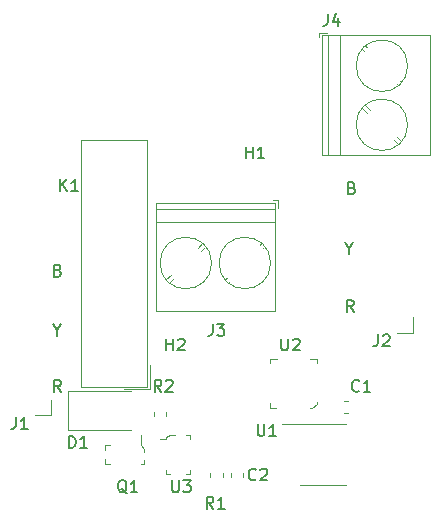
<source format=gbr>
G04 #@! TF.GenerationSoftware,KiCad,Pcbnew,5.1.4*
G04 #@! TF.CreationDate,2019-10-30T11:02:10-04:00*
G04 #@! TF.ProjectId,siot-node-relay,73696f74-2d6e-46f6-9465-2d72656c6179,rev?*
G04 #@! TF.SameCoordinates,Original*
G04 #@! TF.FileFunction,Legend,Top*
G04 #@! TF.FilePolarity,Positive*
%FSLAX46Y46*%
G04 Gerber Fmt 4.6, Leading zero omitted, Abs format (unit mm)*
G04 Created by KiCad (PCBNEW 5.1.4) date 2019-10-30 11:02:10*
%MOMM*%
%LPD*%
G04 APERTURE LIST*
%ADD10C,0.120000*%
%ADD11C,0.100000*%
%ADD12C,0.150000*%
G04 APERTURE END LIST*
D10*
X189450000Y-75300000D02*
X189450000Y-75700000D01*
X190090000Y-75300000D02*
X189450000Y-75300000D01*
X193758000Y-81842000D02*
X193362000Y-81447000D01*
X196404000Y-84488000D02*
X196024000Y-84108000D01*
X193476000Y-82093000D02*
X193096000Y-81713000D01*
X196138000Y-84754000D02*
X195742000Y-84359000D01*
X193469000Y-76552000D02*
X193362000Y-76446000D01*
X196404000Y-79488000D02*
X196297000Y-79381000D01*
X193203000Y-76818000D02*
X193096000Y-76712000D01*
X196138000Y-79754000D02*
X196031000Y-79647000D01*
X198810000Y-85660000D02*
X189690000Y-85660000D01*
X198810000Y-75540000D02*
X189690000Y-75540000D01*
X189690000Y-75540000D02*
X189690000Y-85660000D01*
X198810000Y-75540000D02*
X198810000Y-85660000D01*
X191250000Y-75540000D02*
X191250000Y-85660000D01*
X190150000Y-75540000D02*
X190150000Y-85660000D01*
X196930000Y-83100000D02*
G75*
G03X196930000Y-83100000I-2180000J0D01*
G01*
X196930000Y-78100000D02*
G75*
G03X196930000Y-78100000I-2180000J0D01*
G01*
X185950000Y-89500000D02*
X185550000Y-89500000D01*
X185950000Y-90140000D02*
X185950000Y-89500000D01*
X179408000Y-93808000D02*
X179803000Y-93412000D01*
X176762000Y-96454000D02*
X177142000Y-96074000D01*
X179157000Y-93526000D02*
X179537000Y-93146000D01*
X176496000Y-96188000D02*
X176891000Y-95792000D01*
X184698000Y-93519000D02*
X184804000Y-93412000D01*
X181762000Y-96454000D02*
X181869000Y-96347000D01*
X184432000Y-93253000D02*
X184538000Y-93146000D01*
X181496000Y-96188000D02*
X181603000Y-96081000D01*
X175590000Y-98860000D02*
X175590000Y-89740000D01*
X185710000Y-98860000D02*
X185710000Y-89740000D01*
X185710000Y-89740000D02*
X175590000Y-89740000D01*
X185710000Y-98860000D02*
X175590000Y-98860000D01*
X185710000Y-91300000D02*
X175590000Y-91300000D01*
X185710000Y-90200000D02*
X175590000Y-90200000D01*
X180330000Y-94800000D02*
G75*
G03X180330000Y-94800000I-2180000J0D01*
G01*
X185330000Y-94800000D02*
G75*
G03X185330000Y-94800000I-2180000J0D01*
G01*
X174900000Y-105300000D02*
X169300000Y-105300000D01*
X169300000Y-105300000D02*
X169300000Y-84350000D01*
X169300000Y-84350000D02*
X174900000Y-84350000D01*
X174900000Y-84350000D02*
X174900000Y-105300000D01*
X175100000Y-103400000D02*
X175100000Y-105500000D01*
X175100000Y-105500000D02*
X172900000Y-105500000D01*
D11*
X188660000Y-107070000D02*
X188870000Y-107070000D01*
X189230000Y-106710000D02*
X189230000Y-106590000D01*
X188870000Y-107070000D02*
X189220000Y-106720000D01*
X185270000Y-107070000D02*
X185270000Y-106620000D01*
X185820000Y-107070000D02*
X185270000Y-107070000D01*
X185270000Y-102930000D02*
X185900000Y-102930000D01*
X185270000Y-103300000D02*
X185270000Y-102930000D01*
X189230000Y-102930000D02*
X188630000Y-102930000D01*
X189230000Y-103300000D02*
X189230000Y-102930000D01*
D10*
X189750000Y-108440000D02*
X186300000Y-108440000D01*
X189750000Y-108440000D02*
X191700000Y-108440000D01*
X189750000Y-113560000D02*
X187800000Y-113560000D01*
X189750000Y-113560000D02*
X191700000Y-113560000D01*
X176510000Y-107762779D02*
X176510000Y-107437221D01*
X175490000Y-107762779D02*
X175490000Y-107437221D01*
D11*
X174650000Y-111825000D02*
X174350000Y-111825000D01*
X174650000Y-111450000D02*
X174650000Y-111825000D01*
X171350000Y-111825000D02*
X171350000Y-111375000D01*
X171650000Y-111825000D02*
X171350000Y-111825000D01*
X171575000Y-111825000D02*
X171700000Y-111825000D01*
X171350000Y-110175000D02*
X171700000Y-110175000D01*
X171350000Y-110650000D02*
X171350000Y-110175000D01*
X174325000Y-110175000D02*
X174325000Y-109400000D01*
X174375000Y-110175000D02*
X174325000Y-110175000D01*
X174650000Y-110550000D02*
X174375000Y-110175000D01*
X174650000Y-110825000D02*
X174650000Y-110550000D01*
D10*
X168150000Y-105600000D02*
X173550000Y-105600000D01*
X168150000Y-108900000D02*
X173550000Y-108900000D01*
X168150000Y-105600000D02*
X168150000Y-108900000D01*
D11*
X176825000Y-109350000D02*
X177200000Y-109350000D01*
X176500000Y-109675000D02*
X175975000Y-109675000D01*
X176500000Y-109575000D02*
X176500000Y-109675000D01*
X176825000Y-109350000D02*
X176500000Y-109575000D01*
X178500000Y-112650000D02*
X178175000Y-112650000D01*
X178500000Y-112350000D02*
X178500000Y-112650000D01*
X176500000Y-112650000D02*
X176800000Y-112650000D01*
X176500000Y-112325000D02*
X176500000Y-112650000D01*
X178500000Y-109350000D02*
X178200000Y-109350000D01*
X178500000Y-109675000D02*
X178500000Y-109350000D01*
D10*
X181260000Y-112912779D02*
X181260000Y-112587221D01*
X180240000Y-112912779D02*
X180240000Y-112587221D01*
X197350000Y-100700000D02*
X196020000Y-100700000D01*
X197350000Y-99370000D02*
X197350000Y-100700000D01*
X166700000Y-107700000D02*
X165370000Y-107700000D01*
X166700000Y-106370000D02*
X166700000Y-107700000D01*
X183010000Y-112912779D02*
X183010000Y-112587221D01*
X181990000Y-112912779D02*
X181990000Y-112587221D01*
X191912779Y-106490000D02*
X191587221Y-106490000D01*
X191912779Y-107510000D02*
X191587221Y-107510000D01*
D12*
X190166666Y-73702380D02*
X190166666Y-74416666D01*
X190119047Y-74559523D01*
X190023809Y-74654761D01*
X189880952Y-74702380D01*
X189785714Y-74702380D01*
X191071428Y-74035714D02*
X191071428Y-74702380D01*
X190833333Y-73654761D02*
X190595238Y-74369047D01*
X191214285Y-74369047D01*
X180416666Y-99952380D02*
X180416666Y-100666666D01*
X180369047Y-100809523D01*
X180273809Y-100904761D01*
X180130952Y-100952380D01*
X180035714Y-100952380D01*
X180797619Y-99952380D02*
X181416666Y-99952380D01*
X181083333Y-100333333D01*
X181226190Y-100333333D01*
X181321428Y-100380952D01*
X181369047Y-100428571D01*
X181416666Y-100523809D01*
X181416666Y-100761904D01*
X181369047Y-100857142D01*
X181321428Y-100904761D01*
X181226190Y-100952380D01*
X180940476Y-100952380D01*
X180845238Y-100904761D01*
X180797619Y-100857142D01*
X167511904Y-88702380D02*
X167511904Y-87702380D01*
X168083333Y-88702380D02*
X167654761Y-88130952D01*
X168083333Y-87702380D02*
X167511904Y-88273809D01*
X169035714Y-88702380D02*
X168464285Y-88702380D01*
X168750000Y-88702380D02*
X168750000Y-87702380D01*
X168654761Y-87845238D01*
X168559523Y-87940476D01*
X168464285Y-87988095D01*
X184238095Y-108452380D02*
X184238095Y-109261904D01*
X184285714Y-109357142D01*
X184333333Y-109404761D01*
X184428571Y-109452380D01*
X184619047Y-109452380D01*
X184714285Y-109404761D01*
X184761904Y-109357142D01*
X184809523Y-109261904D01*
X184809523Y-108452380D01*
X185809523Y-109452380D02*
X185238095Y-109452380D01*
X185523809Y-109452380D02*
X185523809Y-108452380D01*
X185428571Y-108595238D01*
X185333333Y-108690476D01*
X185238095Y-108738095D01*
X176488095Y-102202380D02*
X176488095Y-101202380D01*
X176488095Y-101678571D02*
X177059523Y-101678571D01*
X177059523Y-102202380D02*
X177059523Y-101202380D01*
X177488095Y-101297619D02*
X177535714Y-101250000D01*
X177630952Y-101202380D01*
X177869047Y-101202380D01*
X177964285Y-101250000D01*
X178011904Y-101297619D01*
X178059523Y-101392857D01*
X178059523Y-101488095D01*
X178011904Y-101630952D01*
X177440476Y-102202380D01*
X178059523Y-102202380D01*
X183238095Y-85952380D02*
X183238095Y-84952380D01*
X183238095Y-85428571D02*
X183809523Y-85428571D01*
X183809523Y-85952380D02*
X183809523Y-84952380D01*
X184809523Y-85952380D02*
X184238095Y-85952380D01*
X184523809Y-85952380D02*
X184523809Y-84952380D01*
X184428571Y-85095238D01*
X184333333Y-85190476D01*
X184238095Y-85238095D01*
X186238095Y-101202380D02*
X186238095Y-102011904D01*
X186285714Y-102107142D01*
X186333333Y-102154761D01*
X186428571Y-102202380D01*
X186619047Y-102202380D01*
X186714285Y-102154761D01*
X186761904Y-102107142D01*
X186809523Y-102011904D01*
X186809523Y-101202380D01*
X187238095Y-101297619D02*
X187285714Y-101250000D01*
X187380952Y-101202380D01*
X187619047Y-101202380D01*
X187714285Y-101250000D01*
X187761904Y-101297619D01*
X187809523Y-101392857D01*
X187809523Y-101488095D01*
X187761904Y-101630952D01*
X187190476Y-102202380D01*
X187809523Y-102202380D01*
X176083333Y-105702380D02*
X175750000Y-105226190D01*
X175511904Y-105702380D02*
X175511904Y-104702380D01*
X175892857Y-104702380D01*
X175988095Y-104750000D01*
X176035714Y-104797619D01*
X176083333Y-104892857D01*
X176083333Y-105035714D01*
X176035714Y-105130952D01*
X175988095Y-105178571D01*
X175892857Y-105226190D01*
X175511904Y-105226190D01*
X176464285Y-104797619D02*
X176511904Y-104750000D01*
X176607142Y-104702380D01*
X176845238Y-104702380D01*
X176940476Y-104750000D01*
X176988095Y-104797619D01*
X177035714Y-104892857D01*
X177035714Y-104988095D01*
X176988095Y-105130952D01*
X176416666Y-105702380D01*
X177035714Y-105702380D01*
X173154761Y-114297619D02*
X173059523Y-114250000D01*
X172964285Y-114154761D01*
X172821428Y-114011904D01*
X172726190Y-113964285D01*
X172630952Y-113964285D01*
X172678571Y-114202380D02*
X172583333Y-114154761D01*
X172488095Y-114059523D01*
X172440476Y-113869047D01*
X172440476Y-113535714D01*
X172488095Y-113345238D01*
X172583333Y-113250000D01*
X172678571Y-113202380D01*
X172869047Y-113202380D01*
X172964285Y-113250000D01*
X173059523Y-113345238D01*
X173107142Y-113535714D01*
X173107142Y-113869047D01*
X173059523Y-114059523D01*
X172964285Y-114154761D01*
X172869047Y-114202380D01*
X172678571Y-114202380D01*
X174059523Y-114202380D02*
X173488095Y-114202380D01*
X173773809Y-114202380D02*
X173773809Y-113202380D01*
X173678571Y-113345238D01*
X173583333Y-113440476D01*
X173488095Y-113488095D01*
X168261904Y-110452380D02*
X168261904Y-109452380D01*
X168500000Y-109452380D01*
X168642857Y-109500000D01*
X168738095Y-109595238D01*
X168785714Y-109690476D01*
X168833333Y-109880952D01*
X168833333Y-110023809D01*
X168785714Y-110214285D01*
X168738095Y-110309523D01*
X168642857Y-110404761D01*
X168500000Y-110452380D01*
X168261904Y-110452380D01*
X169785714Y-110452380D02*
X169214285Y-110452380D01*
X169500000Y-110452380D02*
X169500000Y-109452380D01*
X169404761Y-109595238D01*
X169309523Y-109690476D01*
X169214285Y-109738095D01*
X176988095Y-113202380D02*
X176988095Y-114011904D01*
X177035714Y-114107142D01*
X177083333Y-114154761D01*
X177178571Y-114202380D01*
X177369047Y-114202380D01*
X177464285Y-114154761D01*
X177511904Y-114107142D01*
X177559523Y-114011904D01*
X177559523Y-113202380D01*
X177940476Y-113202380D02*
X178559523Y-113202380D01*
X178226190Y-113583333D01*
X178369047Y-113583333D01*
X178464285Y-113630952D01*
X178511904Y-113678571D01*
X178559523Y-113773809D01*
X178559523Y-114011904D01*
X178511904Y-114107142D01*
X178464285Y-114154761D01*
X178369047Y-114202380D01*
X178083333Y-114202380D01*
X177988095Y-114154761D01*
X177940476Y-114107142D01*
X180483333Y-115602380D02*
X180150000Y-115126190D01*
X179911904Y-115602380D02*
X179911904Y-114602380D01*
X180292857Y-114602380D01*
X180388095Y-114650000D01*
X180435714Y-114697619D01*
X180483333Y-114792857D01*
X180483333Y-114935714D01*
X180435714Y-115030952D01*
X180388095Y-115078571D01*
X180292857Y-115126190D01*
X179911904Y-115126190D01*
X181435714Y-115602380D02*
X180864285Y-115602380D01*
X181150000Y-115602380D02*
X181150000Y-114602380D01*
X181054761Y-114745238D01*
X180959523Y-114840476D01*
X180864285Y-114888095D01*
X194416666Y-100852380D02*
X194416666Y-101566666D01*
X194369047Y-101709523D01*
X194273809Y-101804761D01*
X194130952Y-101852380D01*
X194035714Y-101852380D01*
X194845238Y-100947619D02*
X194892857Y-100900000D01*
X194988095Y-100852380D01*
X195226190Y-100852380D01*
X195321428Y-100900000D01*
X195369047Y-100947619D01*
X195416666Y-101042857D01*
X195416666Y-101138095D01*
X195369047Y-101280952D01*
X194797619Y-101852380D01*
X195416666Y-101852380D01*
X192221428Y-88428571D02*
X192364285Y-88476190D01*
X192411904Y-88523809D01*
X192459523Y-88619047D01*
X192459523Y-88761904D01*
X192411904Y-88857142D01*
X192364285Y-88904761D01*
X192269047Y-88952380D01*
X191888095Y-88952380D01*
X191888095Y-87952380D01*
X192221428Y-87952380D01*
X192316666Y-88000000D01*
X192364285Y-88047619D01*
X192411904Y-88142857D01*
X192411904Y-88238095D01*
X192364285Y-88333333D01*
X192316666Y-88380952D01*
X192221428Y-88428571D01*
X191888095Y-88428571D01*
X191950000Y-93576190D02*
X191950000Y-94052380D01*
X191616666Y-93052380D02*
X191950000Y-93576190D01*
X192283333Y-93052380D01*
X192359523Y-98952380D02*
X192026190Y-98476190D01*
X191788095Y-98952380D02*
X191788095Y-97952380D01*
X192169047Y-97952380D01*
X192264285Y-98000000D01*
X192311904Y-98047619D01*
X192359523Y-98142857D01*
X192359523Y-98285714D01*
X192311904Y-98380952D01*
X192264285Y-98428571D01*
X192169047Y-98476190D01*
X191788095Y-98476190D01*
X163766666Y-107852380D02*
X163766666Y-108566666D01*
X163719047Y-108709523D01*
X163623809Y-108804761D01*
X163480952Y-108852380D01*
X163385714Y-108852380D01*
X164766666Y-108852380D02*
X164195238Y-108852380D01*
X164480952Y-108852380D02*
X164480952Y-107852380D01*
X164385714Y-107995238D01*
X164290476Y-108090476D01*
X164195238Y-108138095D01*
X167321428Y-95428571D02*
X167464285Y-95476190D01*
X167511904Y-95523809D01*
X167559523Y-95619047D01*
X167559523Y-95761904D01*
X167511904Y-95857142D01*
X167464285Y-95904761D01*
X167369047Y-95952380D01*
X166988095Y-95952380D01*
X166988095Y-94952380D01*
X167321428Y-94952380D01*
X167416666Y-95000000D01*
X167464285Y-95047619D01*
X167511904Y-95142857D01*
X167511904Y-95238095D01*
X167464285Y-95333333D01*
X167416666Y-95380952D01*
X167321428Y-95428571D01*
X166988095Y-95428571D01*
X167250000Y-100476190D02*
X167250000Y-100952380D01*
X166916666Y-99952380D02*
X167250000Y-100476190D01*
X167583333Y-99952380D01*
X167559523Y-105702380D02*
X167226190Y-105226190D01*
X166988095Y-105702380D02*
X166988095Y-104702380D01*
X167369047Y-104702380D01*
X167464285Y-104750000D01*
X167511904Y-104797619D01*
X167559523Y-104892857D01*
X167559523Y-105035714D01*
X167511904Y-105130952D01*
X167464285Y-105178571D01*
X167369047Y-105226190D01*
X166988095Y-105226190D01*
X184083333Y-113107142D02*
X184035714Y-113154761D01*
X183892857Y-113202380D01*
X183797619Y-113202380D01*
X183654761Y-113154761D01*
X183559523Y-113059523D01*
X183511904Y-112964285D01*
X183464285Y-112773809D01*
X183464285Y-112630952D01*
X183511904Y-112440476D01*
X183559523Y-112345238D01*
X183654761Y-112250000D01*
X183797619Y-112202380D01*
X183892857Y-112202380D01*
X184035714Y-112250000D01*
X184083333Y-112297619D01*
X184464285Y-112297619D02*
X184511904Y-112250000D01*
X184607142Y-112202380D01*
X184845238Y-112202380D01*
X184940476Y-112250000D01*
X184988095Y-112297619D01*
X185035714Y-112392857D01*
X185035714Y-112488095D01*
X184988095Y-112630952D01*
X184416666Y-113202380D01*
X185035714Y-113202380D01*
X192833333Y-105607142D02*
X192785714Y-105654761D01*
X192642857Y-105702380D01*
X192547619Y-105702380D01*
X192404761Y-105654761D01*
X192309523Y-105559523D01*
X192261904Y-105464285D01*
X192214285Y-105273809D01*
X192214285Y-105130952D01*
X192261904Y-104940476D01*
X192309523Y-104845238D01*
X192404761Y-104750000D01*
X192547619Y-104702380D01*
X192642857Y-104702380D01*
X192785714Y-104750000D01*
X192833333Y-104797619D01*
X193785714Y-105702380D02*
X193214285Y-105702380D01*
X193500000Y-105702380D02*
X193500000Y-104702380D01*
X193404761Y-104845238D01*
X193309523Y-104940476D01*
X193214285Y-104988095D01*
M02*

</source>
